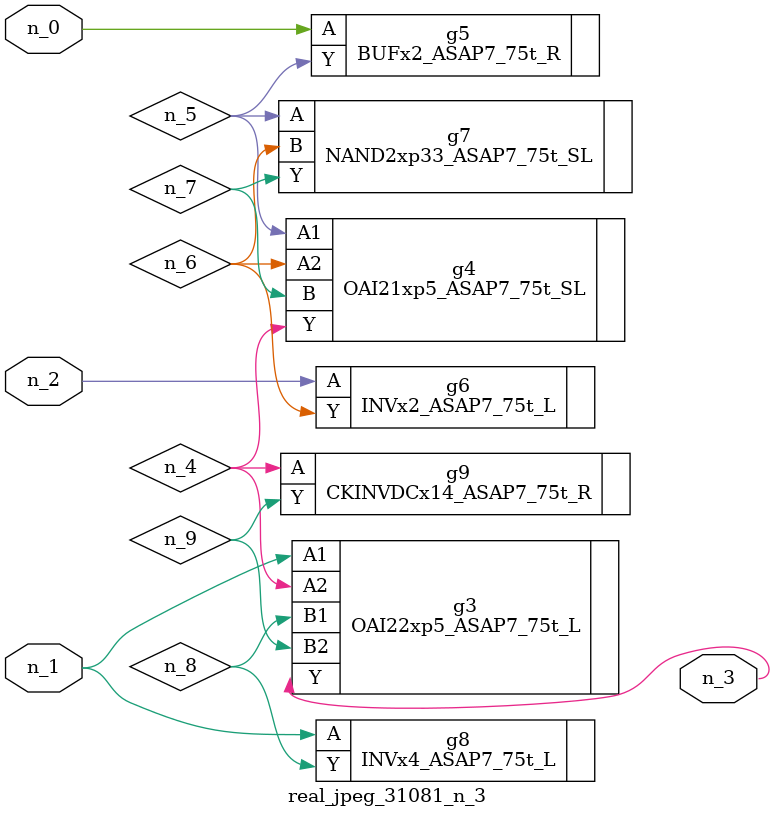
<source format=v>
module real_jpeg_31081_n_3 (n_1, n_0, n_2, n_3);

input n_1;
input n_0;
input n_2;

output n_3;

wire n_5;
wire n_8;
wire n_4;
wire n_6;
wire n_7;
wire n_9;

BUFx2_ASAP7_75t_R g5 ( 
.A(n_0),
.Y(n_5)
);

OAI22xp5_ASAP7_75t_L g3 ( 
.A1(n_1),
.A2(n_4),
.B1(n_8),
.B2(n_9),
.Y(n_3)
);

INVx4_ASAP7_75t_L g8 ( 
.A(n_1),
.Y(n_8)
);

INVx2_ASAP7_75t_L g6 ( 
.A(n_2),
.Y(n_6)
);

CKINVDCx14_ASAP7_75t_R g9 ( 
.A(n_4),
.Y(n_9)
);

OAI21xp5_ASAP7_75t_SL g4 ( 
.A1(n_5),
.A2(n_6),
.B(n_7),
.Y(n_4)
);

NAND2xp33_ASAP7_75t_SL g7 ( 
.A(n_5),
.B(n_6),
.Y(n_7)
);


endmodule
</source>
